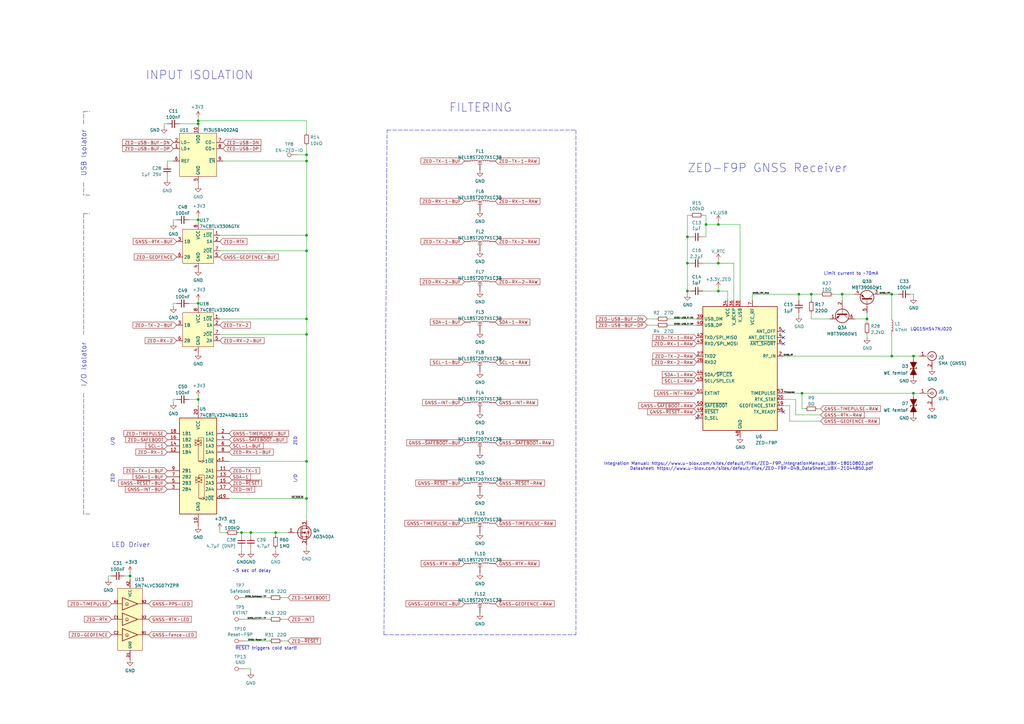
<source format=kicad_sch>
(kicad_sch (version 20211123) (generator eeschema)
  (paper "A3")
  (title_block (title "GNSS") (rev "B"))
  (junction (at 113.03 218.44))
  (junction (at 102.87 218.44))
  (junction (at 125.73 63.5))
  (junction (at 345.44 120.65))
  (junction (at 81.28 90.17))
  (junction (at 355.6 130.81))
  (junction (at 365.76 120.65))
  (junction (at 281.94 97.155))
  (junction (at 125.73 189.23))
  (junction (at 125.73 137.16))
  (junction (at 327.66 120.65))
  (junction (at 365.76 146.05))
  (junction (at 99.06 218.44))
  (junction (at 281.94 107.95))
  (junction (at 294.64 107.95))
  (junction (at 125.73 204.47))
  (junction (at 294.64 92.075))
  (junction (at 125.73 96.52))
  (junction (at 81.28 124.46))
  (junction (at 294.64 119.38))
  (junction (at 81.28 50.8))
  (junction (at 81.28 163.83))
  (junction (at 328.93 161.29))
  (junction (at 281.94 119.38))
  (junction (at 81.28 49.53))
  (junction (at 125.73 130.81))
  (junction (at 374.65 161.29))
  (junction (at 374.65 146.05))
  (junction (at 332.74 120.65))
  (junction (at 53.34 236.22))
  (junction (at 125.73 66.04))
  (junction (at 125.73 102.87))
  (junction (at 289.56 92.075))
  (no_connect (at 321.31 138.43))
  (no_connect (at 321.31 168.91))
  (no_connect (at 321.31 135.89))
  (no_connect (at 285.75 171.45))
  (no_connect (at 321.31 140.97))
  (wire (pts (xy 289.56 92.075) (xy 294.64 92.075)))
  (polyline (pts (xy 36.83 210.82) (xy 34.29 210.82)))
  (wire (pts (xy 67.31 52.07) (xy 67.31 50.8)))
  (wire (pts (xy 81.28 123.19) (xy 81.28 124.46)))
  (polyline (pts (xy 158.75 53.34) (xy 236.22 53.34)))
  (wire (pts (xy 340.36 130.81) (xy 332.74 130.81)))
  (wire (pts (xy 323.85 172.72) (xy 336.55 172.72)))
  (wire (pts (xy 125.73 63.5) (xy 125.73 66.04)))
  (wire (pts (xy 336.55 120.65) (xy 332.74 120.65)))
  (wire (pts (xy 125.73 96.52) (xy 125.73 102.87)))
  (wire (pts (xy 102.87 224.79) (xy 102.87 226.06)))
  (wire (pts (xy 281.94 107.95) (xy 283.21 107.95)))
  (wire (pts (xy 97.79 218.44) (xy 99.06 218.44)))
  (wire (pts (xy 113.03 218.44) (xy 118.11 218.44)))
  (wire (pts (xy 53.34 236.22) (xy 53.34 237.49)))
  (wire (pts (xy 360.68 120.65) (xy 365.76 120.65)))
  (polyline (pts (xy 236.22 53.34) (xy 236.22 260.35)))
  (wire (pts (xy 281.94 97.155) (xy 281.94 107.95)))
  (wire (pts (xy 125.73 49.53) (xy 81.28 49.53)))
  (polyline (pts (xy 34.29 161.29) (xy 34.29 210.82)))
  (wire (pts (xy 365.76 135.89) (xy 365.76 146.05)))
  (wire (pts (xy 281.94 88.265) (xy 281.94 97.155)))
  (wire (pts (xy 300.99 107.95) (xy 300.99 123.19)))
  (wire (pts (xy 93.98 189.23) (xy 125.73 189.23)))
  (wire (pts (xy 71.12 90.17) (xy 72.39 90.17)))
  (wire (pts (xy 365.76 120.65) (xy 365.76 130.81)))
  (wire (pts (xy 281.94 107.95) (xy 281.94 119.38)))
  (wire (pts (xy 99.06 218.44) (xy 99.06 219.71)))
  (wire (pts (xy 44.45 236.22) (xy 45.72 236.22)))
  (wire (pts (xy 298.45 119.38) (xy 294.64 119.38)))
  (wire (pts (xy 345.44 120.65) (xy 345.44 123.19)))
  (wire (pts (xy 73.66 50.8) (xy 81.28 50.8)))
  (wire (pts (xy 44.45 237.49) (xy 44.45 236.22)))
  (wire (pts (xy 71.12 125.73) (xy 71.12 124.46)))
  (wire (pts (xy 125.73 204.47) (xy 125.73 213.36)))
  (wire (pts (xy 373.38 120.65) (xy 374.65 120.65)))
  (wire (pts (xy 125.73 102.87) (xy 125.73 130.81)))
  (wire (pts (xy 335.28 167.64) (xy 336.55 167.64)))
  (wire (pts (xy 328.93 167.64) (xy 328.93 161.29)))
  (wire (pts (xy 365.76 120.65) (xy 368.3 120.65)))
  (wire (pts (xy 81.28 50.8) (xy 81.28 52.07)))
  (wire (pts (xy 125.73 137.16) (xy 125.73 189.23)))
  (wire (pts (xy 294.64 90.805) (xy 294.64 92.075)))
  (wire (pts (xy 303.53 92.075) (xy 303.53 123.19)))
  (wire (pts (xy 91.44 66.04) (xy 125.73 66.04)))
  (wire (pts (xy 355.6 128.27) (xy 355.6 130.81)))
  (wire (pts (xy 374.65 146.05) (xy 377.19 146.05)))
  (wire (pts (xy 323.85 166.37) (xy 323.85 172.72)))
  (wire (pts (xy 81.28 163.83) (xy 81.28 166.37)))
  (wire (pts (xy 68.58 67.31) (xy 68.58 66.04)))
  (polyline (pts (xy 34.29 45.72) (xy 36.83 45.72)))
  (wire (pts (xy 100.33 254) (xy 110.49 254)))
  (wire (pts (xy 308.61 120.65) (xy 327.66 120.65)))
  (wire (pts (xy 115.57 262.89) (xy 118.11 262.89)))
  (wire (pts (xy 289.56 92.075) (xy 289.56 97.155)))
  (wire (pts (xy 113.03 218.44) (xy 113.03 219.71)))
  (wire (pts (xy 115.57 245.11) (xy 118.11 245.11)))
  (wire (pts (xy 283.21 119.38) (xy 281.94 119.38)))
  (wire (pts (xy 102.87 218.44) (xy 113.03 218.44)))
  (wire (pts (xy 90.17 96.52) (xy 125.73 96.52)))
  (wire (pts (xy 345.44 120.65) (xy 350.52 120.65)))
  (wire (pts (xy 374.65 146.05) (xy 374.65 147.32)))
  (wire (pts (xy 321.31 163.83) (xy 326.39 163.83)))
  (wire (pts (xy 81.28 162.56) (xy 81.28 163.83)))
  (wire (pts (xy 67.31 50.8) (xy 68.58 50.8)))
  (wire (pts (xy 281.94 119.38) (xy 281.94 120.65)))
  (wire (pts (xy 115.57 254) (xy 118.11 254)))
  (wire (pts (xy 355.6 137.16) (xy 355.6 138.43)))
  (wire (pts (xy 328.93 161.29) (xy 374.65 161.29)))
  (wire (pts (xy 77.47 163.83) (xy 81.28 163.83)))
  (wire (pts (xy 327.66 120.65) (xy 327.66 123.19)))
  (wire (pts (xy 355.6 130.81) (xy 355.6 132.08)))
  (wire (pts (xy 99.06 224.79) (xy 99.06 226.06)))
  (wire (pts (xy 350.52 130.81) (xy 355.6 130.81)))
  (wire (pts (xy 327.66 128.27) (xy 327.66 129.54)))
  (wire (pts (xy 71.12 124.46) (xy 72.39 124.46)))
  (wire (pts (xy 92.71 218.44) (xy 90.17 218.44)))
  (wire (pts (xy 365.76 146.05) (xy 374.65 146.05)))
  (wire (pts (xy 321.31 166.37) (xy 323.85 166.37)))
  (wire (pts (xy 68.58 72.39) (xy 68.58 73.66)))
  (wire (pts (xy 341.63 120.65) (xy 345.44 120.65)))
  (wire (pts (xy 374.65 121.92) (xy 374.65 120.65)))
  (wire (pts (xy 288.29 119.38) (xy 294.64 119.38)))
  (wire (pts (xy 327.66 120.65) (xy 332.74 120.65)))
  (wire (pts (xy 68.58 66.04) (xy 71.12 66.04)))
  (wire (pts (xy 81.28 90.17) (xy 81.28 91.44)))
  (wire (pts (xy 90.17 218.44) (xy 90.17 217.17)))
  (wire (pts (xy 102.87 275.59) (xy 102.87 274.32)))
  (wire (pts (xy 125.73 59.69) (xy 125.73 63.5)))
  (wire (pts (xy 265.43 133.35) (xy 269.24 133.35)))
  (wire (pts (xy 294.64 106.68) (xy 294.64 107.95)))
  (wire (pts (xy 274.32 133.35) (xy 285.75 133.35)))
  (wire (pts (xy 298.45 123.19) (xy 298.45 119.38)))
  (polyline (pts (xy 157.48 260.35) (xy 158.75 53.34)))
  (wire (pts (xy 113.03 226.06) (xy 113.03 224.79)))
  (wire (pts (xy 289.56 88.265) (xy 289.56 92.075)))
  (wire (pts (xy 321.31 146.05) (xy 365.76 146.05)))
  (polyline (pts (xy 34.29 87.63) (xy 34.29 137.16)))
  (wire (pts (xy 332.74 130.81) (xy 332.74 128.27)))
  (wire (pts (xy 90.17 137.16) (xy 125.73 137.16)))
  (polyline (pts (xy 36.83 80.01) (xy 34.29 80.01)))
  (wire (pts (xy 125.73 130.81) (xy 125.73 137.16)))
  (polyline (pts (xy 34.29 74.93) (xy 34.29 80.01)))
  (wire (pts (xy 102.87 274.32) (xy 100.33 274.32)))
  (wire (pts (xy 125.73 204.47) (xy 125.73 189.23)))
  (wire (pts (xy 81.28 48.26) (xy 81.28 49.53)))
  (wire (pts (xy 374.65 161.29) (xy 377.19 161.29)))
  (wire (pts (xy 100.33 245.11) (xy 110.49 245.11)))
  (wire (pts (xy 283.21 88.265) (xy 281.94 88.265)))
  (wire (pts (xy 321.31 161.29) (xy 328.93 161.29)))
  (wire (pts (xy 326.39 163.83) (xy 326.39 170.18)))
  (wire (pts (xy 294.64 92.075) (xy 303.53 92.075)))
  (wire (pts (xy 81.28 74.93) (xy 81.28 76.2)))
  (wire (pts (xy 50.8 236.22) (xy 53.34 236.22)))
  (polyline (pts (xy 157.48 260.35) (xy 236.22 260.35)))
  (polyline (pts (xy 34.29 50.8) (xy 34.29 45.72)))
  (wire (pts (xy 71.12 163.83) (xy 72.39 163.83)))
  (wire (pts (xy 71.12 91.44) (xy 71.12 90.17)))
  (wire (pts (xy 53.34 236.22) (xy 53.34 234.95)))
  (wire (pts (xy 81.28 124.46) (xy 81.28 125.73)))
  (wire (pts (xy 90.17 102.87) (xy 125.73 102.87)))
  (wire (pts (xy 294.64 107.95) (xy 300.99 107.95)))
  (wire (pts (xy 71.12 165.1) (xy 71.12 163.83)))
  (wire (pts (xy 336.55 170.18) (xy 326.39 170.18)))
  (wire (pts (xy 102.87 218.44) (xy 102.87 219.71)))
  (wire (pts (xy 100.33 262.89) (xy 110.49 262.89)))
  (wire (pts (xy 288.29 107.95) (xy 294.64 107.95)))
  (wire (pts (xy 81.28 49.53) (xy 81.28 50.8)))
  (wire (pts (xy 374.65 161.29) (xy 374.65 162.56)))
  (wire (pts (xy 332.74 120.65) (xy 332.74 123.19)))
  (wire (pts (xy 125.73 66.04) (xy 125.73 96.52)))
  (wire (pts (xy 308.61 123.19) (xy 308.61 120.65)))
  (wire (pts (xy 99.06 218.44) (xy 102.87 218.44)))
  (polyline (pts (xy 34.29 87.63) (xy 36.83 87.63)))
  (wire (pts (xy 93.98 204.47) (xy 125.73 204.47)))
  (wire (pts (xy 77.47 124.46) (xy 81.28 124.46)))
  (wire (pts (xy 77.47 90.17) (xy 81.28 90.17)))
  (wire (pts (xy 125.73 54.61) (xy 125.73 49.53)))
  (wire (pts (xy 125.73 223.52) (xy 125.73 224.79)))
  (wire (pts (xy 288.29 88.265) (xy 289.56 88.265)))
  (wire (pts (xy 81.28 88.9) (xy 81.28 90.17)))
  (wire (pts (xy 121.92 63.5) (xy 125.73 63.5)))
  (wire (pts (xy 90.17 130.81) (xy 125.73 130.81)))
  (wire (pts (xy 294.64 118.11) (xy 294.64 119.38)))
  (wire (pts (xy 330.2 167.64) (xy 328.93 167.64)))
  (wire (pts (xy 289.56 97.155) (xy 288.29 97.155)))
  (wire (pts (xy 265.43 130.81) (xy 269.24 130.81)))
  (wire (pts (xy 283.21 97.155) (xy 281.94 97.155)))
  (wire (pts (xy 285.75 130.81) (xy 274.32 130.81)))
  (text "LQG15HS47NJ02D" (at 373.38 135.89 0) (effects (font (size 1.27 1.27)) (justify left bottom)))
  (text "FILTERING" (at 184.15 46.355 0) (effects (font (size 3.5052 3.5052)) (justify left bottom)))
  (text "INPUT ISOLATION" (at 59.69 33.02 0) (effects (font (size 3.5052 3.5052)) (justify left bottom)))
  (text "~.5 sec of delay" (at 95.25 234.95 0) (effects (font (size 1.27 1.27)) (justify left bottom)))
  (text "I/O Isolator" (at 35.56 158.75 90) (effects (font (size 2 2)) (justify left bottom)))
  (text "LED Driver" (at 45.72 224.79 0) (effects (font (size 2 2)) (justify left bottom)))
  (text "I/O" (at 121.92 198.12 90) (effects (font (size 1.27 1.27)) (justify left bottom)))
  (text "USB Isolator" (at 35.56 72.39 90) (effects (font (size 2 2)) (justify left bottom)))
  (text "Limit current to ~70mA" (at 337.82 113.03 0) (effects (font (size 1.27 1.27)) (justify left bottom)))
  (text "~{RESET} triggers cold start!" (at 96.52 266.7 0) (effects (font (size 1.27 1.27)) (justify left bottom)))
  (text "ZED" (at 46.99 198.12 90) (effects (font (size 1.27 1.27)) (justify left bottom)))
  (text "I/O" (at 46.99 182.88 90) (effects (font (size 1.27 1.27)) (justify left bottom)))
  (text "Integration Manual: https://www.u-blox.com/sites/default/files/ZED-F9P_IntegrationManual_UBX-18010802.pdf\nDatasheet: https://www.u-blox.com/sites/default/files/ZED-F9P-04B_DataSheet_UBX-21044850.pdf" (at 358.14 193.04 0) (effects (font (size 1.27 1.27)) (justify right bottom)))
  (text "ZED" (at 121.92 182.88 90) (effects (font (size 1.27 1.27)) (justify left bottom)))
  (text "ZED-F9P GNSS Receiver" (at 281.94 71.12 0) (effects (font (size 3.5052 3.5052)) (justify left bottom)))
  (label "GNSS_Safeboot-TP" (at 109.22 245.11 180) (effects (font (size 0.6 0.6))))
  (label "GNSS_RF" (at 321.31 146.05 0) (effects (font (size 0.6 0.6))))
  (label "GNSS_VRF_RAW" (at 308.61 120.65 0) (effects (font (size 0.6 0.6))))
  (label "~{EN_ZED_IO}" (at 124.46 204.47 180) (effects (font (size 0.6 0.6))))
  (label "Timepulse" (at 321.31 161.29 0) (effects (font (size 0.6 0.6))))
  (label "GNSS_VRF" (at 360.68 120.65 0) (effects (font (size 0.6 0.6))))
  (label "GNSS-USB_R-DN" (at 284.48 130.81 180) (effects (font (size 0.6 0.6))))
  (label "GNSS-USB_R-DP" (at 284.48 133.35 180) (effects (font (size 0.6 0.6))))
  (label "GNSS_EXTINT-TP" (at 109.22 254 180) (effects (font (size 0.6 0.6))))
  (label "GNSS-Reset-TP" (at 109.22 262.89 180) (effects (font (size 0.6 0.6))))
  (global_label "ZED-USB-BUF-DP" (shape input) (at 71.12 60.96 180) (property "Intersheet References" "${INTERSHEET_REFS}" (effects hide)))
  (global_label "SCL-1-RAW" (shape input) (at 285.75 156.21 180) (property "Intersheet References" "${INTERSHEET_REFS}" (effects hide)))
  (global_label "GNSS-INT-RAW" (shape input) (at 285.75 161.29 180) (property "Intersheet References" "${INTERSHEET_REFS}" (effects hide)))
  (global_label "GNSS-RTK-BUF" (shape input) (at 72.39 99.06 180) (property "Intersheet References" "${INTERSHEET_REFS}" (effects hide)))
  (global_label "GNSS-INT-BUF" (shape input) (at 190.5 165.1 180) (property "Intersheet References" "${INTERSHEET_REFS}" (effects hide)))
  (global_label "ZED-INT" (shape input) (at 118.11 254 0) (property "Intersheet References" "${INTERSHEET_REFS}" (effects hide)))
  (global_label "GNSS-RTK-RAW" (shape input) (at 336.55 170.18 0) (property "Intersheet References" "${INTERSHEET_REFS}" (effects hide)))
  (global_label "ZED-TX-1-BUF" (shape input) (at 68.58 193.04 180) (property "Intersheet References" "${INTERSHEET_REFS}" (effects hide)))
  (global_label "GNSS-~{SAFEBOOT}-RAW" (shape input) (at 203.2 181.61 0) (property "Intersheet References" "${INTERSHEET_REFS}" (effects hide)))
  (global_label "ZED-USB-BUF-DN" (shape input) (at 71.12 58.42 180) (property "Intersheet References" "${INTERSHEET_REFS}" (effects hide)))
  (global_label "GNSS-~{RESET}-RAW" (shape input) (at 203.2 198.12 0) (property "Intersheet References" "${INTERSHEET_REFS}" (effects hide)))
  (global_label "GNSS-~{SAFEBOOT}-BUF" (shape input) (at 93.98 180.34 0) (property "Intersheet References" "${INTERSHEET_REFS}" (effects hide)))
  (global_label "ZED-USB-DP" (shape input) (at 91.44 60.96 0) (property "Intersheet References" "${INTERSHEET_REFS}" (effects hide)))
  (global_label "GNSS-~{SAFEBOOT}-BUF" (shape input) (at 190.5 181.61 180) (property "Intersheet References" "${INTERSHEET_REFS}" (effects hide)))
  (global_label "ZED-TX-2-RAW" (shape input) (at 203.2 99.06 0) (property "Intersheet References" "${INTERSHEET_REFS}" (effects hide)))
  (global_label "GNSS-TIMEPULSE-RAW" (shape input) (at 203.2 214.63 0) (property "Intersheet References" "${INTERSHEET_REFS}" (effects hide)))
  (global_label "ZED-RX-2-RAW" (shape input) (at 285.75 148.59 180) (property "Intersheet References" "${INTERSHEET_REFS}" (effects hide)))
  (global_label "ZED-RX-1-BUF" (shape input) (at 93.98 185.42 0) (property "Intersheet References" "${INTERSHEET_REFS}" (effects hide)))
  (global_label "SCL-1-BUF" (shape input) (at 93.98 182.88 0) (property "Intersheet References" "${INTERSHEET_REFS}" (effects hide)))
  (global_label "ZED-TIMEPULSE" (shape input) (at 45.72 247.65 180) (property "Intersheet References" "${INTERSHEET_REFS}" (effects hide)))
  (global_label "GNSS-~{RESET}-RAW" (shape input) (at 285.75 168.91 180) (property "Intersheet References" "${INTERSHEET_REFS}" (effects hide)))
  (global_label "SDA-1-RAW" (shape input) (at 285.75 153.67 180) (property "Intersheet References" "${INTERSHEET_REFS}" (effects hide)))
  (global_label "SCL-1" (shape input) (at 68.58 182.88 180) (property "Intersheet References" "${INTERSHEET_REFS}" (effects hide)))
  (global_label "ZED-TX-1" (shape input) (at 93.98 193.04 0) (property "Intersheet References" "${INTERSHEET_REFS}" (effects hide)))
  (global_label "GNSS-RTK-LED" (shape input) (at 60.96 254 0) (property "Intersheet References" "${INTERSHEET_REFS}" (effects hide)))
  (global_label "ZED-RX-2" (shape input) (at 72.39 139.7 180) (property "Intersheet References" "${INTERSHEET_REFS}" (effects hide)))
  (global_label "GNSS-RTK-BUF" (shape input) (at 190.5 231.14 180) (property "Intersheet References" "${INTERSHEET_REFS}" (effects hide)))
  (global_label "ZED-TX-1-RAW" (shape input) (at 203.2 66.04 0) (property "Intersheet References" "${INTERSHEET_REFS}" (effects hide)))
  (global_label "ZED-INT" (shape input) (at 93.98 200.66 0) (property "Intersheet References" "${INTERSHEET_REFS}" (effects hide)))
  (global_label "ZED-RX-1" (shape input) (at 68.58 185.42 180) (property "Intersheet References" "${INTERSHEET_REFS}" (effects hide)))
  (global_label "ZED-TX-1-RAW" (shape input) (at 285.75 138.43 180) (property "Intersheet References" "${INTERSHEET_REFS}" (effects hide)))
  (global_label "ZED-TIMEPULSE" (shape input) (at 68.58 177.8 180) (property "Intersheet References" "${INTERSHEET_REFS}" (effects hide)))
  (global_label "ZED-RTK" (shape input) (at 45.72 254 180) (property "Intersheet References" "${INTERSHEET_REFS}" (effects hide)))
  (global_label "ZED-RX-2-BUF" (shape input) (at 90.17 139.7 0) (property "Intersheet References" "${INTERSHEET_REFS}" (effects hide)))
  (global_label "SDA-1-BUF" (shape input) (at 190.5 132.08 180) (property "Intersheet References" "${INTERSHEET_REFS}" (effects hide)))
  (global_label "GNSS-GEOFENCE-RAW" (shape input) (at 336.55 172.72 0) (property "Intersheet References" "${INTERSHEET_REFS}" (effects hide)))
  (global_label "ZED-USB-BUF-DP" (shape input) (at 265.43 133.35 180) (property "Intersheet References" "${INTERSHEET_REFS}" (effects hide)))
  (global_label "ZED-USB-DN" (shape input) (at 91.44 58.42 0) (property "Intersheet References" "${INTERSHEET_REFS}" (effects hide)))
  (global_label "ZED-SAFEBOOT" (shape input) (at 68.58 180.34 180) (property "Intersheet References" "${INTERSHEET_REFS}" (effects hide)))
  (global_label "GNSS-~{SAFEBOOT}-RAW" (shape input) (at 285.75 166.37 180) (property "Intersheet References" "${INTERSHEET_REFS}" (effects hide)))
  (global_label "ZED-USB-BUF-DN" (shape input) (at 265.43 130.81 180) (property "Intersheet References" "${INTERSHEET_REFS}" (effects hide)))
  (global_label "GNSS-~{RESET}-BUF" (shape input) (at 68.58 198.12 180) (property "Intersheet References" "${INTERSHEET_REFS}" (effects hide)))
  (global_label "GNSS-GEOFENCE-BUF" (shape input) (at 90.17 105.41 0) (property "Intersheet References" "${INTERSHEET_REFS}" (effects hide)))
  (global_label "GNSS-GEOFENCE-RAW" (shape input) (at 203.2 247.65 0) (property "Intersheet References" "${INTERSHEET_REFS}" (effects hide)))
  (global_label "SDA-1-RAW" (shape input) (at 203.2 132.08 0) (property "Intersheet References" "${INTERSHEET_REFS}" (effects hide)))
  (global_label "ZED-~{RESET}" (shape input) (at 118.11 262.89 0) (property "Intersheet References" "${INTERSHEET_REFS}" (effects hide)))
  (global_label "ZED-RX-2-BUF" (shape input) (at 190.5 115.57 180) (property "Intersheet References" "${INTERSHEET_REFS}" (effects hide)))
  (global_label "SCL-1-BUF" (shape input) (at 190.5 148.59 180) (property "Intersheet References" "${INTERSHEET_REFS}" (effects hide)))
  (global_label "ZED-RX-1-RAW" (shape input) (at 203.2 82.55 0) (property "Intersheet References" "${INTERSHEET_REFS}" (effects hide)))
  (global_label "ZED-TX-2-RAW" (shape input) (at 285.75 146.05 180) (property "Intersheet References" "${INTERSHEET_REFS}" (effects hide)))
  (global_label "SCL-1-RAW" (shape input) (at 203.2 148.59 0) (property "Intersheet References" "${INTERSHEET_REFS}" (effects hide)))
  (global_label "GNSS-TIMEPULSE-BUF" (shape input) (at 190.5 214.63 180) (property "Intersheet References" "${INTERSHEET_REFS}" (effects hide)))
  (global_label "GNSS-INT-BUF" (shape input) (at 68.58 200.66 180) (property "Intersheet References" "${INTERSHEET_REFS}" (effects hide)))
  (global_label "ZED-TX-2-BUF" (shape input) (at 72.39 133.35 180) (property "Intersheet References" "${INTERSHEET_REFS}" (effects hide)))
  (global_label "ZED-SAFEBOOT" (shape input) (at 118.11 245.11 0) (property "Intersheet References" "${INTERSHEET_REFS}" (effects hide)))
  (global_label "GNSS-TIMEPULSE-RAW" (shape input) (at 336.55 167.64 0) (property "Intersheet References" "${INTERSHEET_REFS}" (effects hide)))
  (global_label "SDA-1" (shape input) (at 93.98 195.58 0) (property "Intersheet References" "${INTERSHEET_REFS}" (effects hide)))
  (global_label "ZED-RX-2-RAW" (shape input) (at 203.2 115.57 0) (property "Intersheet References" "${INTERSHEET_REFS}" (effects hide)))
  (global_label "GNSS-TIMEPULSE-BUF" (shape input) (at 93.98 177.8 0) (property "Intersheet References" "${INTERSHEET_REFS}" (effects hide)))
  (global_label "GNSS-Fence-LED" (shape input) (at 60.96 260.35 0) (property "Intersheet References" "${INTERSHEET_REFS}" (effects hide)))
  (global_label "GNSS-PPS-LED" (shape input) (at 60.96 247.65 0) (property "Intersheet References" "${INTERSHEET_REFS}" (effects hide)))
  (global_label "ZED-RTK" (shape input) (at 90.17 99.06 0) (property "Intersheet References" "${INTERSHEET_REFS}" (effects hide)))
  (global_label "ZED-TX-2" (shape input) (at 90.17 133.35 0) (property "Intersheet References" "${INTERSHEET_REFS}" (effects hide)))
  (global_label "GNSS-~{RESET}-BUF" (shape input) (at 190.5 198.12 180) (property "Intersheet References" "${INTERSHEET_REFS}" (effects hide)))
  (global_label "ZED-GEOFENCE" (shape input) (at 45.72 260.35 180) (property "Intersheet References" "${INTERSHEET_REFS}" (effects hide)))
  (global_label "GNSS-RTK-RAW" (shape input) (at 203.2 231.14 0) (property "Intersheet References" "${INTERSHEET_REFS}" (effects hide)))
  (global_label "ZED-TX-1-BUF" (shape input) (at 190.5 66.04 180) (property "Intersheet References" "${INTERSHEET_REFS}" (effects hide)))
  (global_label "SDA-1-BUF" (shape input) (at 68.58 195.58 180) (property "Intersheet References" "${INTERSHEET_REFS}" (effects hide)))
  (global_label "GNSS-GEOFENCE-BUF" (shape input) (at 190.5 247.65 180) (property "Intersheet References" "${INTERSHEET_REFS}" (effects hide)))
  (global_label "GNSS-INT-RAW" (shape input) (at 203.2 165.1 0) (property "Intersheet References" "${INTERSHEET_REFS}" (effects hide)))
  (global_label "ZED-RX-1-RAW" (shape input) (at 285.75 140.97 180) (property "Intersheet References" "${INTERSHEET_REFS}" (effects hide)))
  (global_label "ZED-RX-1-BUF" (shape input) (at 190.5 82.55 180) (property "Intersheet References" "${INTERSHEET_REFS}" (effects hide)))
  (global_label "ZED-TX-2-BUF" (shape input) (at 190.5 99.06 180) (property "Intersheet References" "${INTERSHEET_REFS}" (effects hide)))
  (global_label "ZED-GEOFENCE" (shape input) (at 72.39 105.41 180) (property "Intersheet References" "${INTERSHEET_REFS}" (effects hide)))
  (global_label "ZED-~{RESET}" (shape input) (at 93.98 198.12 0) (property "Intersheet References" "${INTERSHEET_REFS}" (effects hide)))
  (symbol (lib_id "Transistor_BJT:MBT3906DW1") (at 355.6 123.19 270) (mirror x) (unit 2)
    (property "Reference" "Q3" (at 355.6 115.4008 90))
    (property "Value" "MBT3906DW1" (at 355.6 117.9377 90))
    (property "Footprint" "Franz-Lib:SOT-363_SC-70-6_NoSilk" (effects hide))
    (property "Datasheet" "http://www.onsemi.com/pub_link/Collateral/MBT3906DW1T1-D.PDF" (effects hide))
  )
  (symbol (lib_id "Device:R_Small") (at 271.78 133.35 270) (mirror x) (unit 1)
    (property "Reference" "R4" (at 269.24 135.89 90))
    (property "Value" "27Ω" (at 274.32 135.89 90))
    (property "Footprint" "Franz-Lib:R_0402_1005Metric_NoSilk" (effects hide))
  )
  (symbol (lib_id "Device:R_Small") (at 113.03 262.89 270) (unit 1)
    (property "Reference" "R31" (at 110.49 260.35 90))
    (property "Value" "22Ω" (at 115.57 260.35 90))
    (property "Footprint" "Franz-Lib:R_0402_1005Metric_NoSilk" (effects hide))
  )
  (symbol (lib_id "Device:C_Small") (at 74.93 90.17 90) (unit 1)
    (property "Reference" "C48" (at 74.9363 84.9081 90))
    (property "Value" "100nF" (at 74.9363 87.445 90))
    (property "Footprint" "Franz-Lib:C_0402_1005Metric_NoSilk" (effects hide))
  )
  (symbol (lib_id "power:+3.3V") (at 90.17 217.17 0) (unit 1)
    (property "Reference" "#PWR0219" (effects hide))
    (property "Value" "+3.3V" (at 90.551 212.7758 0))
  )
  (symbol (lib_id "Device:C_Small") (at 48.26 236.22 90) (unit 1)
    (property "Reference" "C31" (at 48.2663 230.9581 90))
    (property "Value" "100nF" (at 48.2663 233.495 90))
    (property "Footprint" "Franz-Lib:C_0402_1005Metric_NoSilk" (effects hide))
  )
  (symbol (lib_id "power:GND") (at 44.45 237.49 0) (mirror y) (unit 1)
    (property "Reference" "#PWR0180" (effects hide))
    (property "Value" "GND" (at 44.45 242.0525 0))
  )
  (symbol (lib_id "power:GND") (at 102.87 275.59 0) (unit 1)
    (property "Reference" "#PWR0168" (effects hide))
    (property "Value" "GND" (at 102.87 280.1525 0))
  )
  (symbol (lib_id "power:GND") (at 53.34 270.51 0) (mirror y) (unit 1)
    (property "Reference" "#PWR0181" (effects hide))
    (property "Value" "GND" (at 53.34 275.0725 0))
  )
  (symbol (lib_id "power:+3.3V") (at 81.28 123.19 0) (unit 1)
    (property "Reference" "#PWR0212" (effects hide))
    (property "Value" "+3.3V" (at 81.661 118.7958 0))
  )
  (symbol (lib_id "Device:C_Small") (at 68.58 69.85 0) (mirror x) (unit 1)
    (property "Reference" "C28" (at 66.2559 69.0089 0) (effects (justify right)))
    (property "Value" "1µF 25V" (at 66.2559 71.5458 0) (effects (justify right)))
    (property "Footprint" "Franz-Lib:C_0402_1005Metric_NoSilk" (effects hide))
  )
  (symbol (lib_id "power:+3.3V") (at 81.28 162.56 0) (unit 1)
    (property "Reference" "#PWR0217" (effects hide))
    (property "Value" "+3.3V" (at 81.661 158.1658 0))
  )
  (symbol (lib_id "Franz-Lib:74CBTLV3306GTX") (at 81.28 133.35 0) (mirror y) (unit 1)
    (property "Reference" "U18" (at 81.8006 124.621 0) (effects (justify right)))
    (property "Value" "74CBTLV3306GTX" (at 81.8006 127.1579 0) (effects (justify right)))
    (property "Footprint" "Franz-Lib:74AVC9112GTX" (effects hide))
    (property "Datasheet" "https://www.mouser.de/datasheet/2/916/74CBTLV3306-1597738.pdf" (effects hide))
  )
  (symbol (lib_id "power:GND") (at 99.06 226.06 0) (unit 1)
    (property "Reference" "#PWR0216" (effects hide))
    (property "Value" "GND" (at 99.06 230.5034 0))
  )
  (symbol (lib_id "Franz-Lib:NFL18ST207X1C3B") (at 196.85 148.59 0) (unit 1)
    (property "Reference" "FL8" (at 196.85 144.56 0))
    (property "Value" "NFL18ST207X1C3B" (at 196.85 147.0969 0))
    (property "Footprint" "Franz-Lib:FIL_NFL18ST207X1C3B" (effects hide))
    (property "Datasheet" "https://www.murata.com/products/productdata/8796731801630/ENFD1032.pdf?1561692610000" (effects hide))
  )
  (symbol (lib_id "power:GND") (at 81.28 215.9 0) (unit 1)
    (property "Reference" "#PWR0218" (effects hide))
    (property "Value" "GND" (at 81.28 220.3434 0))
  )
  (symbol (lib_id "Device:R_Small") (at 113.03 245.11 270) (unit 1)
    (property "Reference" "R16" (at 110.49 242.57 90))
    (property "Value" "22Ω" (at 115.57 242.57 90))
    (property "Footprint" "Franz-Lib:R_0402_1005Metric_NoSilk" (effects hide))
  )
  (symbol (lib_id "power:GND") (at 196.85 201.93 0) (unit 1)
    (property "Reference" "#PWR0134" (effects hide))
    (property "Value" "GND" (at 196.85 206.3734 0))
  )
  (symbol (lib_id "Device:R_Small") (at 332.74 167.64 90) (unit 1)
    (property "Reference" "R9" (at 332.74 163.2036 90))
    (property "Value" "0Ω" (at 332.74 165.7405 90))
    (property "Footprint" "Franz-Lib:R_0402_1005Metric_NoSilk" (effects hide))
  )
  (symbol (lib_id "power:GND") (at 71.12 125.73 0) (mirror y) (unit 1)
    (property "Reference" "#PWR0242" (effects hide))
    (property "Value" "GND" (at 71.12 130.2925 0))
  )
  (symbol (lib_id "power:GND") (at 81.28 110.49 0) (unit 1)
    (property "Reference" "#PWR0247" (effects hide))
    (property "Value" "GND" (at 81.28 114.9334 0))
  )
  (symbol (lib_id "power:+3.3V") (at 81.28 88.9 0) (unit 1)
    (property "Reference" "#PWR0214" (effects hide))
    (property "Value" "+3.3V" (at 81.661 84.5058 0))
  )
  (symbol (lib_id "Connector:TestPoint") (at 100.33 254 90) (unit 1)
    (property "Reference" "TP5" (at 98.5012 249.047 90))
    (property "Value" "EXTINT" (at 98.5012 251.3584 90))
    (property "Footprint" "Franz-Lib:TestPoint_Pad_D1.0mm_NoSIlk" (effects hide))
  )
  (symbol (lib_id "Franz-Lib:NFL18ST207X1C3B") (at 196.85 165.1 0) (unit 1)
    (property "Reference" "FL4" (at 196.85 161.07 0))
    (property "Value" "NFL18ST207X1C3B" (at 196.85 163.6069 0))
    (property "Footprint" "Franz-Lib:FIL_NFL18ST207X1C3B" (effects hide))
    (property "Datasheet" "https://www.murata.com/products/productdata/8796731801630/ENFD1032.pdf?1561692610000" (effects hide))
  )
  (symbol (lib_id "power:GND") (at 281.94 120.65 0) (unit 1)
    (property "Reference" "#PWR0244" (effects hide))
    (property "Value" "GND" (at 282.067 125.0442 0))
  )
  (symbol (lib_id "power:GND") (at 355.6 138.43 0) (unit 1)
    (property "Reference" "#PWR0144" (effects hide))
    (property "Value" "GND" (at 355.727 142.8242 0))
  )
  (symbol (lib_id "Device:C_Small") (at 74.93 124.46 90) (unit 1)
    (property "Reference" "C49" (at 74.9363 119.1981 90))
    (property "Value" "100nF" (at 74.9363 121.735 90))
    (property "Footprint" "Franz-Lib:C_0402_1005Metric_NoSilk" (effects hide))
  )
  (symbol (lib_id "Franz-Lib:NFL18ST207X1C3B") (at 196.85 247.65 0) (unit 1)
    (property "Reference" "FL12" (at 196.85 243.62 0))
    (property "Value" "NFL18ST207X1C3B" (at 196.85 246.1569 0))
    (property "Footprint" "Franz-Lib:FIL_NFL18ST207X1C3B" (effects hide))
    (property "Datasheet" "https://www.murata.com/products/productdata/8796731801630/ENFD1032.pdf?1561692610000" (effects hide))
  )
  (symbol (lib_id "Franz-Lib:NFL18ST207X1C3B") (at 196.85 99.06 0) (unit 1)
    (property "Reference" "FL2" (at 196.85 95.03 0))
    (property "Value" "NFL18ST207X1C3B" (at 196.85 97.5669 0))
    (property "Footprint" "Franz-Lib:FIL_NFL18ST207X1C3B" (effects hide))
    (property "Datasheet" "https://www.murata.com/products/productdata/8796731801630/ENFD1032.pdf?1561692610000" (effects hide))
  )
  (symbol (lib_id "power:GND") (at 374.65 154.94 0) (mirror y) (unit 1)
    (property "Reference" "#PWR0152" (effects hide))
    (property "Value" "GND" (at 370.84 156.21 0))
  )
  (symbol (lib_id "Transistor_BJT:MBT3906DW1") (at 345.44 128.27 270) (unit 1)
    (property "Reference" "Q3" (at 345.44 134.3898 90))
    (property "Value" "MBT3906DW1" (at 345.44 136.9267 90))
    (property "Footprint" "Franz-Lib:SOT-363_SC-70-6_NoSilk" (effects hide))
    (property "Datasheet" "http://www.onsemi.com/pub_link/Collateral/MBT3906DW1T1-D.PDF" (effects hide))
  )
  (symbol (lib_id "Device:C_Small") (at 99.06 222.25 0) (unit 1)
    (property "Reference" "C38" (at 96.7359 221.4216 0) (effects (justify right)))
    (property "Value" "4.7µF (DNP)" (at 96.7359 223.9585 0) (effects (justify right)))
    (property "Footprint" "Franz-Lib:C_0603_1608Metric_NoSilk" (effects hide))
  )
  (symbol (lib_id "Transistor_FET:AO3400A") (at 123.19 218.44 0) (unit 1)
    (property "Reference" "Q4" (at 128.397 217.6053 0) (effects (justify left)))
    (property "Value" "AO3400A" (at 128.397 220.1422 0) (effects (justify left)))
    (property "Footprint" "Franz-Lib:SOT-23_NoSilk" (effects hide))
    (property "Datasheet" "http://www.aosmd.com/pdfs/datasheet/AO3400A.pdf" (effects hide))
  )
  (symbol (lib_id "Franz-Lib:ZED-F9P") (at 303.53 151.13 0) (unit 1)
    (property "Reference" "U6" (at 309.88 179.07 0) (effects (justify left)))
    (property "Value" "ZED-F9P" (at 309.88 181.61 0) (effects (justify left)))
    (property "Footprint" "Franz-Lib:ublox_ZED" (effects hide))
    (property "Datasheet" "https://www.u-blox.com/sites/default/files/ZED-F9P_DataSheet_%28UBX-17051259%29.pdf" (effects hide))
  )
  (symbol (lib_id "power:GND") (at 68.58 73.66 0) (mirror y) (unit 1)
    (property "Reference" "#PWR0174" (effects hide))
    (property "Value" "GND" (at 68.58 78.2225 0))
  )
  (symbol (lib_id "power:GND") (at 196.85 218.44 0) (unit 1)
    (property "Reference" "#PWR0209" (effects hide))
    (property "Value" "GND" (at 196.85 222.8834 0))
  )
  (symbol (lib_id "Franz-Lib:NFL18ST207X1C3B") (at 196.85 82.55 0) (unit 1)
    (property "Reference" "FL6" (at 196.85 78.52 0))
    (property "Value" "NFL18ST207X1C3B" (at 196.85 81.0569 0))
    (property "Footprint" "Franz-Lib:FIL_NFL18ST207X1C3B" (effects hide))
    (property "Datasheet" "https://www.murata.com/products/productdata/8796731801630/ENFD1032.pdf?1561692610000" (effects hide))
  )
  (symbol (lib_id "Franz-Lib:+3.3V_ZED") (at 294.64 118.11 0) (unit 1)
    (property "Reference" "#PWR0193" (effects hide))
    (property "Value" "+3.3V_ZED" (at 294.64 114.5342 0))
  )
  (symbol (lib_id "Device:R_Small") (at 285.75 88.265 90) (mirror x) (unit 1)
    (property "Reference" "R15" (at 285.75 83.2866 90))
    (property "Value" "100kΩ" (at 285.75 85.598 90))
    (property "Footprint" "Franz-Lib:R_0402_1005Metric_NoSilk" (effects hide))
  )
  (symbol (lib_id "power:GND") (at 196.85 135.89 0) (unit 1)
    (property "Reference" "#PWR0208" (effects hide))
    (property "Value" "GND" (at 196.85 140.3334 0))
  )
  (symbol (lib_id "power:GND") (at 196.85 185.42 0) (unit 1)
    (property "Reference" "#PWR0206" (effects hide))
    (property "Value" "GND" (at 196.85 189.8634 0))
  )
  (symbol (lib_id "power:GND") (at 303.53 179.07 0) (unit 1)
    (property "Reference" "#PWR0149" (effects hide))
    (property "Value" "GND" (at 303.657 183.4642 0))
  )
  (symbol (lib_id "Device:R_Small") (at 113.03 222.25 0) (unit 1)
    (property "Reference" "R60" (at 114.5286 221.4153 0) (effects (justify left)))
    (property "Value" "1MΩ" (at 114.5286 223.9522 0) (effects (justify left)))
    (property "Footprint" "Franz-Lib:R_0402_1005Metric_NoSilk" (effects hide))
  )
  (symbol (lib_id "Device:R_Small") (at 339.09 120.65 90) (unit 1)
    (property "Reference" "R27" (at 339.09 116.2136 90))
    (property "Value" "10Ω" (at 339.09 118.7505 90))
    (property "Footprint" "Franz-Lib:R_1206_3216Metric_NoSilk" (effects hide))
  )
  (symbol (lib_id "Franz-Lib:SN74LVC3G07YZPR") (at 53.34 254 0) (unit 1)
    (property "Reference" "U13" (at 55.2197 237.651 0) (effects (justify left)))
    (property "Value" "SN74LVC3G07YZPR" (at 55.2197 240.1879 0) (effects (justify left)))
    (property "Footprint" "Franz-Lib:Texas_DSBGA-8_0.9x1.9mm_Layout2x4_P0.5mm_NoSilk" (effects hide))
    (property "Datasheet" "https://www.ti.com/lit/ds/symlink/sn74lvc3g07.pdf?HQS=dis-mous-null-mousermode-dsf-pf-null-wwe&ts=1645978292335" (effects hide))
  )
  (symbol (lib_id "power:GND") (at 196.85 69.85 0) (unit 1)
    (property "Reference" "#PWR0246" (effects hide))
    (property "Value" "GND" (at 196.85 74.2934 0))
  )
  (symbol (lib_id "power:+3.3V") (at 53.34 234.95 0) (unit 1)
    (property "Reference" "#PWR0221" (effects hide))
    (property "Value" "+3.3V" (at 53.721 230.5558 0))
  )
  (symbol (lib_id "power:GND") (at 374.65 170.18 0) (mirror y) (unit 1)
    (property "Reference" "#PWR0139" (effects hide))
    (property "Value" "GND" (at 370.84 171.45 0))
  )
  (symbol (lib_id "power:GND") (at 196.85 102.87 0) (unit 1)
    (property "Reference" "#PWR0132" (effects hide))
    (property "Value" "GND" (at 196.85 107.3134 0))
  )
  (symbol (lib_id "Device:R_Small") (at 113.03 254 270) (unit 1)
    (property "Reference" "R43" (at 110.49 251.46 90))
    (property "Value" "22Ω" (at 115.57 251.46 90))
    (property "Footprint" "Franz-Lib:R_0402_1005Metric_NoSilk" (effects hide))
  )
  (symbol (lib_id "Device:C_Small") (at 285.75 97.155 90) (mirror x) (unit 1)
    (property "Reference" "C13" (at 285.75 91.3384 90))
    (property "Value" "1µF" (at 285.75 93.6498 90))
    (property "Footprint" "Franz-Lib:C_0603_1608Metric_NoSilk" (effects hide))
  )
  (symbol (lib_id "power:GND") (at 196.85 119.38 0) (unit 1)
    (property "Reference" "#PWR0204" (effects hide))
    (property "Value" "GND" (at 196.85 123.8234 0))
  )
  (symbol (lib_id "power:GND") (at 327.66 129.54 0) (unit 1)
    (property "Reference" "#PWR0186" (effects hide))
    (property "Value" "GND" (at 327.787 133.9342 0))
  )
  (symbol (lib_id "power:GND") (at 125.73 224.79 0) (unit 1)
    (property "Reference" "#PWR0220" (effects hide))
    (property "Value" "GND" (at 125.73 229.2334 0))
  )
  (symbol (lib_id "Connector:TestPoint") (at 100.33 245.11 90) (unit 1)
    (property "Reference" "TP7" (at 98.5012 240.157 90))
    (property "Value" "Safeboot" (at 98.5012 242.4684 90))
    (property "Footprint" "Franz-Lib:TestPoint_Pad_D1.0mm_NoSIlk" (effects hide))
  )
  (symbol (lib_id "power:GND") (at 196.85 251.46 0) (unit 1)
    (property "Reference" "#PWR0182" (effects hide))
    (property "Value" "GND" (at 196.85 255.9034 0))
  )
  (symbol (lib_id "Device:R_Small") (at 332.74 125.73 180) (unit 1)
    (property "Reference" "R17" (at 334.2386 124.8953 0) (effects (justify right)))
    (property "Value" "220Ω" (at 334.2386 127.4322 0) (effects (justify right)))
    (property "Footprint" "Franz-Lib:R_0402_1005Metric_NoSilk" (effects hide))
  )
  (symbol (lib_id "Franz-Lib:+V_USB") (at 294.64 90.805 0) (unit 1)
    (property "Reference" "#PWR0133" (effects hide))
    (property "Value" "+V_USB" (at 294.64 87.2292 0))
  )
  (symbol (lib_id "Connector:TestPoint") (at 100.33 262.89 90) (unit 1)
    (property "Reference" "TP10" (at 98.5012 257.937 90))
    (property "Value" "Reset-F9P" (at 98.5012 260.2484 90))
    (property "Footprint" "Franz-Lib:TestPoint_Pad_D1.0mm_NoSIlk" (effects hide))
  )
  (symbol (lib_id "Franz-Lib:PI3USB4002AQ") (at 81.28 63.5 0) (mirror y) (unit 1)
    (property "Reference" "U11" (at 77.47 53.34 0) (effects (justify left)))
    (property "Value" "PI3USB4002AQ" (at 97.79 53.34 0) (effects (justify left)))
    (property "Footprint" "Franz-Lib:UQFN-10" (effects hide))
    (property "Datasheet" "https://www.diodes.com/assets/Datasheets/PI3USB4002AQ.pdf" (effects hide))
  )
  (symbol (lib_id "power:+3.3V") (at 81.28 48.26 0) (mirror y) (unit 1)
    (property "Reference" "#PWR0176" (effects hide))
    (property "Value" "+3.3V" (at 80.899 43.8658 0))
  )
  (symbol (lib_id "Franz-Lib:NFL18ST207X1C3B") (at 196.85 66.04 0) (unit 1)
    (property "Reference" "FL1" (at 196.85 62.01 0))
    (property "Value" "NFL18ST207X1C3B" (at 196.85 64.5469 0))
    (property "Footprint" "Franz-Lib:FIL_NFL18ST207X1C3B" (effects hide))
    (property "Datasheet" "https://www.murata.com/products/productdata/8796731801630/ENFD1032.pdf?1561692610000" (effects hide))
  )
  (symbol (lib_id "power:GND") (at 382.27 151.13 0) (unit 1)
    (property "Reference" "#PWR0245" (effects hide))
    (property "Value" "GND" (at 382.397 155.5242 0))
  )
  (symbol (lib_id "Device:C_Small") (at 285.75 119.38 270) (unit 1)
    (property "Reference" "C14" (at 285.75 113.5634 90))
    (property "Value" "1µF" (at 285.75 115.8748 90))
    (property "Footprint" "Franz-Lib:C_0603_1608Metric_NoSilk" (effects hide))
  )
  (symbol (lib_id "Connector:Conn_Coaxial") (at 382.27 161.29 0) (unit 1)
    (property "Reference" "J5" (at 384.8101 160.6747 0) (effects (justify left)))
    (property "Value" "U.FL" (at 384.8101 163.4498 0) (effects (justify left)))
    (property "Footprint" "Franz-Lib:U.FL_Hirose_U.FL-R-SMT-1_Vertical" (effects hide))
    (property "Datasheet" " ~" (effects hide))
  )
  (symbol (lib_id "Franz-Lib:L_Small_Polarised") (at 365.76 133.35 0) (unit 1)
    (property "Reference" "L1" (at 366.9494 132.7671 0) (effects (justify left)))
    (property "Value" "47nH" (at 366.9494 135.304 0) (effects (justify left)))
    (property "Footprint" "Franz-Lib:L_0402_1005Metric_Polarised_NoSilk" (effects hide))
    (property "Datasheet" "https://search.murata.co.jp/Ceramy/image/img/P02/JELF243B-0010.pdf" (effects hide))
  )
  (symbol (lib_id "Device:C_Small") (at 71.12 50.8 90) (unit 1)
    (property "Reference" "C11" (at 71.1263 45.5381 90))
    (property "Value" "100nF" (at 71.1263 48.075 90))
    (property "Footprint" "Franz-Lib:C_0402_1005Metric_NoSilk" (effects hide))
  )
  (symbol (lib_id "power:GND") (at 196.85 86.36 0) (unit 1)
    (property "Reference" "#PWR0207" (effects hide))
    (property "Value" "GND" (at 196.85 90.8034 0))
  )
  (symbol (lib_id "Device:R_Small") (at 271.78 130.81 270) (unit 1)
    (property "Reference" "R2" (at 269.24 128.27 90))
    (property "Value" "27Ω" (at 274.32 128.27 90))
    (property "Footprint" "Franz-Lib:R_0402_1005Metric_NoSilk" (effects hide))
  )
  (symbol (lib_id "Device:R_Small") (at 355.6 134.62 180) (unit 1)
    (property "Reference" "R28" (at 357.0986 133.7853 0) (effects (justify right)))
    (property "Value" "2.2kΩ" (at 357.0986 136.3222 0) (effects (justify right)))
    (property "Footprint" "Franz-Lib:R_0402_1005Metric_NoSilk" (effects hide))
  )
  (symbol (lib_id "power:GND") (at 102.87 226.06 0) (unit 1)
    (property "Reference" "#PWR0215" (effects hide))
    (property "Value" "GND" (at 102.87 230.5034 0))
  )
  (symbol (lib_id "power:GND") (at 382.27 166.37 0) (unit 1)
    (property "Reference" "#PWR0151" (effects hide))
    (property "Value" "GND" (at 382.27 170.9325 0))
  )
  (symbol (lib_id "Device:C_Small") (at 327.66 125.73 0) (mirror x) (unit 1)
    (property "Reference" "C15" (at 325.3359 124.8889 0) (effects (justify right)))
    (property "Value" "1µF" (at 325.3359 127.4258 0) (effects (justify right)))
    (property "Footprint" "Franz-Lib:C_0402_1005Metric_NoSilk" (effects hide))
  )
  (symbol (lib_id "power:GND") (at 196.85 152.4 0) (unit 1)
    (property "Reference" "#PWR0136" (effects hide))
    (property "Value" "GND" (at 196.85 156.8434 0))
  )
  (symbol (lib_id "power:GND") (at 81.28 76.2 0) (mirror y) (unit 1)
    (property "Reference" "#PWR0175" (effects hide))
    (property "Value" "GND" (at 81.28 80.7625 0))
  )
  (symbol (lib_id "Franz-Lib:NFL18ST207X1C3B") (at 196.85 132.08 0) (unit 1)
    (property "Reference" "FL3" (at 196.85 128.05 0))
    (property "Value" "NFL18ST207X1C3B" (at 196.85 130.5869 0))
    (property "Footprint" "Franz-Lib:FIL_NFL18ST207X1C3B" (effects hide))
    (property "Datasheet" "https://www.murata.com/products/productdata/8796731801630/ENFD1032.pdf?1561692610000" (effects hide))
  )
  (symbol (lib_id "Device:C_Small") (at 285.75 107.95 270) (mirror x) (unit 1)
    (property "Reference" "C16" (at 285.7436 102.6881 90))
    (property "Value" "2.2µF" (at 285.7436 105.225 90))
    (property "Footprint" "Franz-Lib:C_0603_1608Metric_NoSilk" (effects hide))
  )
  (symbol (lib_id "Connector:TestPoint") (at 121.92 63.5 90) (unit 1)
    (property "Reference" "TP8" (at 118.618 59.1652 90))
    (property "Value" "EN-ZED-IO" (at 118.618 61.7021 90))
    (property "Footprint" "Franz-Lib:TestPoint_Pad_D1.0mm_NoSIlk" (effects hide))
  )
  (symbol (lib_id "Franz-Lib:NFL18ST207X1C3B") (at 196.85 231.14 0) (unit 1)
    (property "Reference" "FL10" (at 196.85 227.11 0))
    (property "Value" "NFL18ST207X1C3B" (at 196.85 229.6469 0))
    (property "Footprint" "Franz-Lib:FIL_NFL18ST207X1C3B" (effects hide))
    (property "Datasheet" "https://www.murata.com/products/productdata/8796731801630/ENFD1032.pdf?1561692610000" (effects hide))
  )
  (symbol (lib_id "Franz-Lib:NFL18ST207X1C3B") (at 196.85 115.57 0) (unit 1)
    (property "Reference" "FL7" (at 196.85 111.54 0))
    (property "Value" "NFL18ST207X1C3B" (at 196.85 114.0769 0))
    (property "Footprint" "Franz-Lib:FIL_NFL18ST207X1C3B" (effects hide))
    (property "Datasheet" "https://www.murata.com/products/productdata/8796731801630/ENFD1032.pdf?1561692610000" (effects hide))
  )
  (symbol (lib_id "power:GND") (at 374.65 121.92 0) (unit 1)
    (property "Reference" "#PWR0188" (effects hide))
    (property "Value" "GND" (at 374.777 126.3142 0))
  )
  (symbol (lib_id "Franz-Lib:NFL18ST207X1C3B") (at 196.85 198.12 0) (unit 1)
    (property "Reference" "FL5" (at 196.85 194.09 0))
    (property "Value" "NFL18ST207X1C3B" (at 196.85 196.6269 0))
    (property "Footprint" "Franz-Lib:FIL_NFL18ST207X1C3B" (effects hide))
    (property "Datasheet" "https://www.murata.com/products/productdata/8796731801630/ENFD1032.pdf?1561692610000" (effects hide))
  )
  (symbol (lib_id "Franz-Lib:V_RTC") (at 294.64 106.68 0) (unit 1)
    (property "Reference" "#PWR0192" (effects hide))
    (property "Value" "V_RTC" (at 294.64 103.0755 0))
  )
  (symbol (lib_id "Device:R_Small") (at 125.73 57.15 0) (unit 1)
    (property "Reference" "R14" (at 127.2286 56.3153 0) (effects (justify left)))
    (property "Value" "10kΩ" (at 127.2286 58.8522 0) (effects (justify left)))
    (property "Footprint" "Franz-Lib:R_0402_1005Metric_NoSilk" (effects hide))
  )
  (symbol (lib_id "Franz-Lib:NFL18ST207X1C3B") (at 196.85 214.63 0) (unit 1)
    (property "Reference" "FL11" (at 196.85 210.6 0))
    (property "Value" "NFL18ST207X1C3B" (at 196.85 213.1369 0))
    (property "Footprint" "Franz-Lib:FIL_NFL18ST207X1C3B" (effects hide))
    (property "Datasheet" "https://www.murata.com/products/productdata/8796731801630/ENFD1032.pdf?1561692610000" (effects hide))
  )
  (symbol (lib_id "Device:D_TVS_Filled") (at 374.65 151.13 270) (mirror x) (unit 1)
    (property "Reference" "D3" (at 372.618 150.2215 90) (effects (justify right)))
    (property "Value" "WE femtoF" (at 372.618 152.9966 90) (effects (justify right)))
    (property "Footprint" "Franz-Lib:D_0402_1005Metric" (effects hide))
  )
  (symbol (lib_id "Franz-Lib:NFL18ST207X1C3B") (at 196.85 181.61 0) (unit 1)
    (property "Reference" "FL9" (at 196.85 177.58 0))
    (property "Value" "NFL18ST207X1C3B" (at 196.85 180.1169 0))
    (property "Footprint" "Franz-Lib:FIL_NFL18ST207X1C3B" (effects hide))
    (property "Datasheet" "https://www.murata.com/products/productdata/8796731801630/ENFD1032.pdf?1561692610000" (effects hide))
  )
  (symbol (lib_id "Device:D_TVS_Filled") (at 374.65 166.37 270) (mirror x) (unit 1)
    (property "Reference" "D7" (at 372.618 165.4615 90) (effects (justify right)))
    (property "Value" "WE femtoF" (at 372.618 168.2366 90) (effects (justify right)))
    (property "Footprint" "Franz-Lib:D_0402_1005Metric" (effects hide))
  )
  (symbol (lib_id "Device:R_Small") (at 95.25 218.44 90) (unit 1)
    (property "Reference" "R3" (at 95.25 214.0036 90))
    (property "Value" "100kΩ" (at 95.25 216.5405 90))
    (property "Footprint" "Franz-Lib:R_0402_1005Metric_NoSilk" (effects hide))
  )
  (symbol (lib_id "Connector:TestPoint") (at 100.33 274.32 90) (unit 1)
    (property "Reference" "TP13" (at 98.5012 269.367 90))
    (property "Value" "GND" (at 98.5012 271.6784 90))
    (property "Footprint" "Franz-Lib:TestPoint_Pad_D1.0mm_NoSIlk" (effects hide))
  )
  (symbol (lib_id "Device:C_Small") (at 102.87 222.25 0) (mirror y) (unit 1)
    (property "Reference" "C39" (at 105.1941 221.4216 0) (effects (justify right)))
    (property "Value" "4.7µF" (at 105.1941 223.9585 0) (effects (justify right)))
    (property "Footprint" "Franz-Lib:C_0603_1608Metric_NoSilk" (effects hide))
  )
  (symbol (lib_id "power:GND") (at 71.12 91.44 0) (mirror y) (unit 1)
    (property "Reference" "#PWR0240" (effects hide))
    (property "Value" "GND" (at 71.12 96.0025 0))
  )
  (symbol (lib_id "power:GND") (at 196.85 168.91 0) (unit 1)
    (property "Reference" "#PWR0205" (effects hide))
    (property "Value" "GND" (at 196.85 173.3534 0))
  )
  (symbol (lib_id "Franz-Lib:74CBTLV3306GTX") (at 81.28 99.06 0) (mirror y) (unit 1)
    (property "Reference" "U17" (at 81.8006 90.331 0) (effects (justify right)))
    (property "Value" "74CBTLV3306GTX" (at 81.8006 92.8679 0) (effects (justify right)))
    (property "Footprint" "Franz-Lib:74AVC9112GTX" (effects hide))
    (property "Datasheet" "https://www.mouser.de/datasheet/2/916/74CBTLV3306-1597738.pdf" (effects hide))
  )
  (symbol (lib_id "Franz-Lib:74CBTLV3244BQ,115") (at 81.28 190.5 0) (mirror y) (unit 1)
    (property "Reference" "U5" (at 81.8006 167.7502 0) (effects (justify right)))
    (property "Value" "74CBTLV3244BQ,115" (at 81.8006 170.2871 0) (effects (justify right)))
    (property "Footprint" "Franz-Lib:QFN50P250X450X100-21N-D" (effects hide))
    (property "Datasheet" "https://assets.nexperia.com/documents/data-sheet/74CBTLV3244.pdf" (effects hide))
  )
  (symbol (lib_id "power:GND") (at 81.28 144.78 0) (unit 1)
    (property "Reference" "#PWR0211" (effects hide))
    (property "Value" "GND" (at 81.28 149.2234 0))
  )
  (symbol (lib_id "power:GND") (at 196.85 234.95 0) (unit 1)
    (property "Reference" "#PWR0210" (effects hide))
    (property "Value" "GND" (at 196.85 239.3934 0))
  )
  (symbol (lib_id "Device:C_Small") (at 370.84 120.65 90) (mirror x) (unit 1)
    (property "Reference" "C33" (at 370.8463 115.3881 90))
    (property "Value" "100nF" (at 370.8463 117.925 90))
    (property "Footprint" "Franz-Lib:C_0402_1005Metric_NoSilk" (effects hide))
  )
  (symbol (lib_id "power:GND") (at 67.31 52.07 0) (mirror y) (unit 1)
    (property "Reference" "#PWR0213" (effects hide))
    (property "Value" "GND" (at 63.5 53.34 0))
  )
  (symbol (lib_id "Connector:Conn_Coaxial") (at 382.27 146.05 0) (unit 1)
    (property "Reference" "J3" (at 384.81 146.685 0) (effects (justify left)))
    (property "Value" "SMA (GNSS)" (at 384.81 148.9964 0) (effects (justify left)))
    (property "Footprint" "Franz-Lib:CoaxConn-60311042114502" (effects hide))
    (property "Datasheet" " ~" (effects hide))
  )
  (symbol (lib_id "Device:C_Small") (at 74.93 163.83 90) (unit 1)
    (property "Reference" "C50" (at 74.9363 158.5681 90))
    (property "Value" "100nF" (at 74.9363 161.105 90))
    (property "Footprint" "Franz-Lib:C_0402_1005Metric_NoSilk" (effects hide))
  )
  (symbol (lib_id "power:GND") (at 71.12 165.1 0) (mirror y) (unit 1)
    (property "Reference" "#PWR0241" (effects hide))
    (property "Value" "GND" (at 71.12 169.6625 0))
  )
  (symbol (lib_id "power:GND") (at 113.03 226.06 0) (unit 1)
    (property "Reference" "#PWR0165" (effects hide))
    (property "Value" "GND" (at 113.03 230.5034 0))
  )
)
</source>
